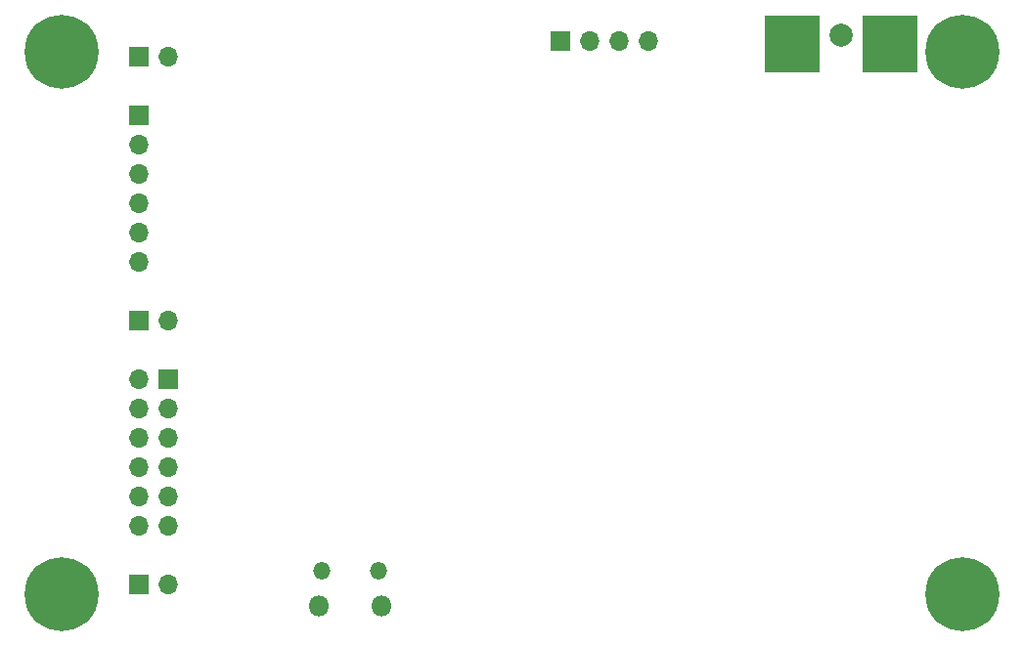
<source format=gbr>
%TF.GenerationSoftware,KiCad,Pcbnew,8.0.6*%
%TF.CreationDate,2024-10-28T10:58:12+07:00*%
%TF.ProjectId,PICO_ADC_Test,5049434f-5f41-4444-935f-546573742e6b,R0.1*%
%TF.SameCoordinates,PX72ade90PY75c75e0*%
%TF.FileFunction,Soldermask,Bot*%
%TF.FilePolarity,Negative*%
%FSLAX46Y46*%
G04 Gerber Fmt 4.6, Leading zero omitted, Abs format (unit mm)*
G04 Created by KiCad (PCBNEW 8.0.6) date 2024-10-28 10:58:12*
%MOMM*%
%LPD*%
G01*
G04 APERTURE LIST*
%ADD10C,2.000000*%
%ADD11R,1.700000X1.700000*%
%ADD12O,1.700000X1.700000*%
%ADD13C,0.800000*%
%ADD14C,6.400000*%
%ADD15R,4.800000X4.900000*%
%ADD16O,1.800000X1.800000*%
%ADD17O,1.500000X1.500000*%
G04 APERTURE END LIST*
D10*
%TO.C,REF\u002A\u002A*%
X71000000Y52000000D03*
%TD*%
D11*
%TO.C,J4*%
X46700000Y51500000D03*
D12*
X49240000Y51500000D03*
X51780000Y51500000D03*
X54320000Y51500000D03*
%TD*%
D11*
%TO.C,J2*%
X10210000Y27250000D03*
D12*
X12750000Y27250000D03*
%TD*%
D13*
%TO.C,REF\u002A\u002A*%
X79100000Y3500000D03*
X79802944Y5197056D03*
X79802944Y1802944D03*
X81500000Y5900000D03*
D14*
X81500000Y3500000D03*
D13*
X81500000Y1100000D03*
X83197056Y5197056D03*
X83197056Y1802944D03*
X83900000Y3500000D03*
%TD*%
D11*
%TO.C,J3*%
X10210000Y45030000D03*
D12*
X10210000Y42490000D03*
X10210000Y39950000D03*
X10210000Y37410000D03*
X10210000Y34870000D03*
X10210000Y32330000D03*
%TD*%
D13*
%TO.C,REF\u002A\u002A*%
X1100000Y3500000D03*
X1802944Y5197056D03*
X1802944Y1802944D03*
X3500000Y5900000D03*
D14*
X3500000Y3500000D03*
D13*
X3500000Y1100000D03*
X5197056Y5197056D03*
X5197056Y1802944D03*
X5900000Y3500000D03*
%TD*%
D15*
%TO.C,J1*%
X75250000Y51175000D03*
X66750000Y51175000D03*
%TD*%
D13*
%TO.C,REF\u002A\u002A*%
X1100000Y50500000D03*
X1802944Y52197056D03*
X1802944Y48802944D03*
X3500000Y52900000D03*
D14*
X3500000Y50500000D03*
D13*
X3500000Y48100000D03*
X5197056Y52197056D03*
X5197056Y48802944D03*
X5900000Y50500000D03*
%TD*%
D11*
%TO.C,J5*%
X10210000Y50120000D03*
D12*
X12750000Y50120000D03*
%TD*%
D11*
%TO.C,J7*%
X10210000Y4390000D03*
D12*
X12750000Y4390000D03*
%TD*%
D16*
%TO.C,U2*%
X31225000Y2500000D03*
D17*
X30925000Y5530000D03*
X26075000Y5530000D03*
D16*
X25775000Y2500000D03*
%TD*%
D13*
%TO.C,REF\u002A\u002A*%
X79100000Y50500000D03*
X79802944Y52197056D03*
X79802944Y48802944D03*
X81500000Y52900000D03*
D14*
X81500000Y50500000D03*
D13*
X81500000Y48100000D03*
X83197056Y52197056D03*
X83197056Y48802944D03*
X83900000Y50500000D03*
%TD*%
D11*
%TO.C,J6*%
X12750000Y22170000D03*
D12*
X10210000Y22170000D03*
X12750000Y19630000D03*
X10210000Y19630000D03*
X12750000Y17090000D03*
X10210000Y17090000D03*
X12750000Y14550000D03*
X10210000Y14550000D03*
X12750000Y12010000D03*
X10210000Y12010000D03*
X12750000Y9470000D03*
X10210000Y9470000D03*
%TD*%
M02*

</source>
